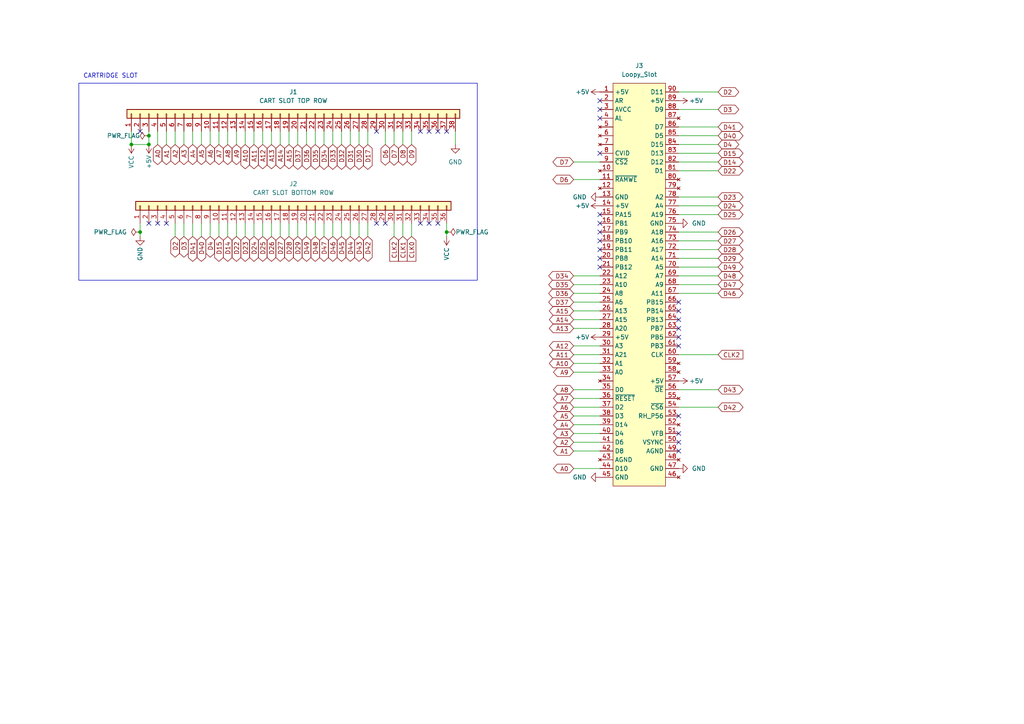
<source format=kicad_sch>
(kicad_sch (version 20230121) (generator eeschema)
  (paper "A4")
  (title_block (title "OSCR CASIO LOOPY ADAPTER") (date "2023-06-14") (rev "V1"))
  (lib_symbols
    (symbol "Connector_Generic:Conn_01x36" (pin_names (offset 1.016) hide)
      (property "Reference" "J" (at 0 45.72 0))
      (property "Value" "Conn_01x36" (at 0 -48.26 0))
      (symbol "Conn_01x36_1_1"
        (rectangle (start -1.27 -45.593) (end 0 -45.847) (stroke (width 0.1524)))
        (rectangle (start -1.27 -43.053) (end 0 -43.307) (stroke (width 0.1524)))
        (rectangle (start -1.27 -40.513) (end 0 -40.767) (stroke (width 0.1524)))
        (rectangle (start -1.27 -37.973) (end 0 -38.227) (stroke (width 0.1524)))
        (rectangle (start -1.27 -35.433) (end 0 -35.687) (stroke (width 0.1524)))
        (rectangle (start -1.27 -32.893) (end 0 -33.147) (stroke (width 0.1524)))
        (rectangle (start -1.27 -30.353) (end 0 -30.607) (stroke (width 0.1524)))
        (rectangle (start -1.27 -27.813) (end 0 -28.067) (stroke (width 0.1524)))
        (rectangle (start -1.27 -25.273) (end 0 -25.527) (stroke (width 0.1524)))
        (rectangle (start -1.27 -22.733) (end 0 -22.987) (stroke (width 0.1524)))
        (rectangle (start -1.27 -20.193) (end 0 -20.447) (stroke (width 0.1524)))
        (rectangle (start -1.27 -17.653) (end 0 -17.907) (stroke (width 0.1524)))
        (rectangle (start -1.27 -15.113) (end 0 -15.367) (stroke (width 0.1524)))
        (rectangle (start -1.27 -12.573) (end 0 -12.827) (stroke (width 0.1524)))
        (rectangle (start -1.27 -10.033) (end 0 -10.287) (stroke (width 0.1524)))
        (rectangle (start -1.27 -7.493) (end 0 -7.747) (stroke (width 0.1524)))
        (rectangle (start -1.27 -4.953) (end 0 -5.207) (stroke (width 0.1524)))
        (rectangle (start -1.27 -2.413) (end 0 -2.667) (stroke (width 0.1524)))
        (rectangle (start -1.27 0.127) (end 0 -0.127) (stroke (width 0.1524)))
        (rectangle (start -1.27 2.667) (end 0 2.413) (stroke (width 0.1524)))
        (rectangle (start -1.27 5.207) (end 0 4.953) (stroke (width 0.1524)))
        (rectangle (start -1.27 7.747) (end 0 7.493) (stroke (width 0.1524)))
        (rectangle (start -1.27 10.287) (end 0 10.033) (stroke (width 0.1524)))
        (rectangle (start -1.27 12.827) (end 0 12.573) (stroke (width 0.1524)))
        (rectangle (start -1.27 15.367) (end 0 15.113) (stroke (width 0.1524)))
        (rectangle (start -1.27 17.907) (end 0 17.653) (stroke (width 0.1524)))
        (rectangle (start -1.27 20.447) (end 0 20.193) (stroke (width 0.1524)))
        (rectangle (start -1.27 22.987) (end 0 22.733) (stroke (width 0.1524)))
        (rectangle (start -1.27 25.527) (end 0 25.273) (stroke (width 0.1524)))
        (rectangle (start -1.27 28.067) (end 0 27.813) (stroke (width 0.1524)))
        (rectangle (start -1.27 30.607) (end 0 30.353) (stroke (width 0.1524)))
        (rectangle (start -1.27 33.147) (end 0 32.893) (stroke (width 0.1524)))
        (rectangle (start -1.27 35.687) (end 0 35.433) (stroke (width 0.1524)))
        (rectangle (start -1.27 38.227) (end 0 37.973) (stroke (width 0.1524)))
        (rectangle (start -1.27 40.767) (end 0 40.513) (stroke (width 0.1524)))
        (rectangle (start -1.27 43.307) (end 0 43.053) (stroke (width 0.1524)))
        (rectangle (start -1.27 44.45) (end 1.27 -46.99) (stroke (width 0.254)) (fill (type background)))
        (pin passive line (at -5.08 43.18 0) (length 3.81) (name "Pin_1") (number "1"))
        (pin passive line (at -5.08 20.32 0) (length 3.81) (name "Pin_10") (number "10"))
        (pin passive line (at -5.08 17.78 0) (length 3.81) (name "Pin_11") (number "11"))
        (pin passive line (at -5.08 15.24 0) (length 3.81) (name "Pin_12") (number "12"))
        (pin passive line (at -5.08 12.7 0) (length 3.81) (name "Pin_13") (number "13"))
        (pin passive line (at -5.08 10.16 0) (length 3.81) (name "Pin_14") (number "14"))
        (pin passive line (at -5.08 7.62 0) (length 3.81) (name "Pin_15") (number "15"))
        (pin passive line (at -5.08 5.08 0) (length 3.81) (name "Pin_16") (number "16"))
        (pin passive line (at -5.08 2.54 0) (length 3.81) (name "Pin_17") (number "17"))
        (pin passive line (at -5.08 0 0) (length 3.81) (name "Pin_18") (number "18"))
        (pin passive line (at -5.08 -2.54 0) (length 3.81) (name "Pin_19") (number "19"))
        (pin passive line (at -5.08 40.64 0) (length 3.81) (name "Pin_2") (number "2"))
        (pin passive line (at -5.08 -5.08 0) (length 3.81) (name "Pin_20") (number "20"))
        (pin passive line (at -5.08 -7.62 0) (length 3.81) (name "Pin_21") (number "21"))
        (pin passive line (at -5.08 -10.16 0) (length 3.81) (name "Pin_22") (number "22"))
        (pin passive line (at -5.08 -12.7 0) (length 3.81) (name "Pin_23") (number "23"))
        (pin passive line (at -5.08 -15.24 0) (length 3.81) (name "Pin_24") (number "24"))
        (pin passive line (at -5.08 -17.78 0) (length 3.81) (name "Pin_25") (number "25"))
        (pin passive line (at -5.08 -20.32 0) (length 3.81) (name "Pin_26") (number "26"))
        (pin passive line (at -5.08 -22.86 0) (length 3.81) (name "Pin_27") (number "27"))
        (pin passive line (at -5.08 -25.4 0) (length 3.81) (name "Pin_28") (number "28"))
        (pin passive line (at -5.08 -27.94 0) (length 3.81) (name "Pin_29") (number "29"))
        (pin passive line (at -5.08 38.1 0) (length 3.81) (name "Pin_3") (number "3"))
        (pin passive line (at -5.08 -30.48 0) (length 3.81) (name "Pin_30") (number "30"))
        (pin passive line (at -5.08 -33.02 0) (length 3.81) (name "Pin_31") (number "31"))
        (pin passive line (at -5.08 -35.56 0) (length 3.81) (name "Pin_32") (number "32"))
        (pin passive line (at -5.08 -38.1 0) (length 3.81) (name "Pin_33") (number "33"))
        (pin passive line (at -5.08 -40.64 0) (length 3.81) (name "Pin_34") (number "34"))
        (pin passive line (at -5.08 -43.18 0) (length 3.81) (name "Pin_35") (number "35"))
        (pin passive line (at -5.08 -45.72 0) (length 3.81) (name "Pin_36") (number "36"))
        (pin passive line (at -5.08 35.56 0) (length 3.81) (name "Pin_4") (number "4"))
        (pin passive line (at -5.08 33.02 0) (length 3.81) (name "Pin_5") (number "5"))
        (pin passive line (at -5.08 30.48 0) (length 3.81) (name "Pin_6") (number "6"))
        (pin passive line (at -5.08 27.94 0) (length 3.81) (name "Pin_7") (number "7"))
        (pin passive line (at -5.08 25.4 0) (length 3.81) (name "Pin_8") (number "8"))
        (pin passive line (at -5.08 22.86 0) (length 3.81) (name "Pin_9") (number "9"))
      )
    )
    (symbol "Connector_Generic:Conn_01x38" (pin_names (offset 1.016) hide)
      (property "Reference" "J" (at 0 48.26 0))
      (property "Value" "Conn_01x38" (at 0 -50.8 0))
      (symbol "Conn_01x38_1_1"
        (rectangle (start -1.27 -48.133) (end 0 -48.387) (stroke (width 0.1524)))
        (rectangle (start -1.27 -45.593) (end 0 -45.847) (stroke (width 0.1524)))
        (rectangle (start -1.27 -43.053) (end 0 -43.307) (stroke (width 0.1524)))
        (rectangle (start -1.27 -40.513) (end 0 -40.767) (stroke (width 0.1524)))
        (rectangle (start -1.27 -37.973) (end 0 -38.227) (stroke (width 0.1524)))
        (rectangle (start -1.27 -35.433) (end 0 -35.687) (stroke (width 0.1524)))
        (rectangle (start -1.27 -32.893) (end 0 -33.147) (stroke (width 0.1524)))
        (rectangle (start -1.27 -30.353) (end 0 -30.607) (stroke (width 0.1524)))
        (rectangle (start -1.27 -27.813) (end 0 -28.067) (stroke (width 0.1524)))
        (rectangle (start -1.27 -25.273) (end 0 -25.527) (stroke (width 0.1524)))
        (rectangle (start -1.27 -22.733) (end 0 -22.987) (stroke (width 0.1524)))
        (rectangle (start -1.27 -20.193) (end 0 -20.447) (stroke (width 0.1524)))
        (rectangle (start -1.27 -17.653) (end 0 -17.907) (stroke (width 0.1524)))
        (rectangle (start -1.27 -15.113) (end 0 -15.367) (stroke (width 0.1524)))
        (rectangle (start -1.27 -12.573) (end 0 -12.827) (stroke (width 0.1524)))
        (rectangle (start -1.27 -10.033) (end 0 -10.287) (stroke (width 0.1524)))
        (rectangle (start -1.27 -7.493) (end 0 -7.747) (stroke (width 0.1524)))
        (rectangle (start -1.27 -4.953) (end 0 -5.207) (stroke (width 0.1524)))
        (rectangle (start -1.27 -2.413) (end 0 -2.667) (stroke (width 0.1524)))
        (rectangle (start -1.27 0.127) (end 0 -0.127) (stroke (width 0.1524)))
        (rectangle (start -1.27 2.667) (end 0 2.413) (stroke (width 0.1524)))
        (rectangle (start -1.27 5.207) (end 0 4.953) (stroke (width 0.1524)))
        (rectangle (start -1.27 7.747) (end 0 7.493) (stroke (width 0.1524)))
        (rectangle (start -1.27 10.287) (end 0 10.033) (stroke (width 0.1524)))
        (rectangle (start -1.27 12.827) (end 0 12.573) (stroke (width 0.1524)))
        (rectangle (start -1.27 15.367) (end 0 15.113) (stroke (width 0.1524)))
        (rectangle (start -1.27 17.907) (end 0 17.653) (stroke (width 0.1524)))
        (rectangle (start -1.27 20.447) (end 0 20.193) (stroke (width 0.1524)))
        (rectangle (start -1.27 22.987) (end 0 22.733) (stroke (width 0.1524)))
        (rectangle (start -1.27 25.527) (end 0 25.273) (stroke (width 0.1524)))
        (rectangle (start -1.27 28.067) (end 0 27.813) (stroke (width 0.1524)))
        (rectangle (start -1.27 30.607) (end 0 30.353) (stroke (width 0.1524)))
        (rectangle (start -1.27 33.147) (end 0 32.893) (stroke (width 0.1524)))
        (rectangle (start -1.27 35.687) (end 0 35.433) (stroke (width 0.1524)))
        (rectangle (start -1.27 38.227) (end 0 37.973) (stroke (width 0.1524)))
        (rectangle (start -1.27 40.767) (end 0 40.513) (stroke (width 0.1524)))
        (rectangle (start -1.27 43.307) (end 0 43.053) (stroke (width 0.1524)))
        (rectangle (start -1.27 45.847) (end 0 45.593) (stroke (width 0.1524)))
        (rectangle (start -1.27 46.99) (end 1.27 -49.53) (stroke (width 0.254)) (fill (type background)))
        (pin passive line (at -5.08 45.72 0) (length 3.81) (name "Pin_1") (number "1"))
        (pin passive line (at -5.08 22.86 0) (length 3.81) (name "Pin_10") (number "10"))
        (pin passive line (at -5.08 20.32 0) (length 3.81) (name "Pin_11") (number "11"))
        (pin passive line (at -5.08 17.78 0) (length 3.81) (name "Pin_12") (number "12"))
        (pin passive line (at -5.08 15.24 0) (length 3.81) (name "Pin_13") (number "13"))
        (pin passive line (at -5.08 12.7 0) (length 3.81) (name "Pin_14") (number "14"))
        (pin passive line (at -5.08 10.16 0) (length 3.81) (name "Pin_15") (number "15"))
        (pin passive line (at -5.08 7.62 0) (length 3.81) (name "Pin_16") (number "16"))
        (pin passive line (at -5.08 5.08 0) (length 3.81) (name "Pin_17") (number "17"))
        (pin passive line (at -5.08 2.54 0) (length 3.81) (name "Pin_18") (number "18"))
        (pin passive line (at -5.08 0 0) (length 3.81) (name "Pin_19") (number "19"))
        (pin passive line (at -5.08 43.18 0) (length 3.81) (name "Pin_2") (number "2"))
        (pin passive line (at -5.08 -2.54 0) (length 3.81) (name "Pin_20") (number "20"))
        (pin passive line (at -5.08 -5.08 0) (length 3.81) (name "Pin_21") (number "21"))
        (pin passive line (at -5.08 -7.62 0) (length 3.81) (name "Pin_22") (number "22"))
        (pin passive line (at -5.08 -10.16 0) (length 3.81) (name "Pin_23") (number "23"))
        (pin passive line (at -5.08 -12.7 0) (length 3.81) (name "Pin_24") (number "24"))
        (pin passive line (at -5.08 -15.24 0) (length 3.81) (name "Pin_25") (number "25"))
        (pin passive line (at -5.08 -17.78 0) (length 3.81) (name "Pin_26") (number "26"))
        (pin passive line (at -5.08 -20.32 0) (length 3.81) (name "Pin_27") (number "27"))
        (pin passive line (at -5.08 -22.86 0) (length 3.81) (name "Pin_28") (number "28"))
        (pin passive line (at -5.08 -25.4 0) (length 3.81) (name "Pin_29") (number "29"))
        (pin passive line (at -5.08 40.64 0) (length 3.81) (name "Pin_3") (number "3"))
        (pin passive line (at -5.08 -27.94 0) (length 3.81) (name "Pin_30") (number "30"))
        (pin passive line (at -5.08 -30.48 0) (length 3.81) (name "Pin_31") (number "31"))
        (pin passive line (at -5.08 -33.02 0) (length 3.81) (name "Pin_32") (number "32"))
        (pin passive line (at -5.08 -35.56 0) (length 3.81) (name "Pin_33") (number "33"))
        (pin passive line (at -5.08 -38.1 0) (length 3.81) (name "Pin_34") (number "34"))
        (pin passive line (at -5.08 -40.64 0) (length 3.81) (name "Pin_35") (number "35"))
        (pin passive line (at -5.08 -43.18 0) (length 3.81) (name "Pin_36") (number "36"))
        (pin passive line (at -5.08 -45.72 0) (length 3.81) (name "Pin_37") (number "37"))
        (pin passive line (at -5.08 -48.26 0) (length 3.81) (name "Pin_38") (number "38"))
        (pin passive line (at -5.08 38.1 0) (length 3.81) (name "Pin_4") (number "4"))
        (pin passive line (at -5.08 35.56 0) (length 3.81) (name "Pin_5") (number "5"))
        (pin passive line (at -5.08 33.02 0) (length 3.81) (name "Pin_6") (number "6"))
        (pin passive line (at -5.08 30.48 0) (length 3.81) (name "Pin_7") (number "7"))
        (pin passive line (at -5.08 27.94 0) (length 3.81) (name "Pin_8") (number "8"))
        (pin passive line (at -5.08 25.4 0) (length 3.81) (name "Pin_9") (number "9"))
      )
    )
    (symbol "OSCR:Loopy_Slot"
      (property "Reference" "J" (at 0 1.27 0))
      (property "Value" "Loopy_Slot" (at 0 0 0))
      (symbol "Loopy_Slot_1_1"
        (rectangle (start -7.62 0) (end 7.62 -116.84) (fill (type background)))
        (pin power_in line (at -11.43 -2.54 0) (length 3.81) (name "+5V") (number "1"))
        (pin no_connect line (at -11.43 -25.4 0) (length 3.81) (name "") (number "10"))
        (pin output line (at -11.43 -27.94 0) (length 3.81) (name "~{RAMWE}") (number "11"))
        (pin no_connect line (at -11.43 -30.48 0) (length 3.81) (name "") (number "12"))
        (pin power_in line (at -11.43 -33.02 0) (length 3.81) (name "GND") (number "13"))
        (pin power_in line (at -11.43 -35.56 0) (length 3.81) (name "+5V") (number "14"))
        (pin passive line (at -11.43 -38.1 0) (length 3.81) (name "PA15") (number "15"))
        (pin passive line (at -11.43 -40.64 0) (length 3.81) (name "PB1") (number "16"))
        (pin passive line (at -11.43 -43.18 0) (length 3.81) (name "PB9") (number "17"))
        (pin passive line (at -11.43 -45.72 0) (length 3.81) (name "PB10") (number "18"))
        (pin passive line (at -11.43 -48.26 0) (length 3.81) (name "PB11") (number "19"))
        (pin passive line (at -11.43 -5.08 0) (length 3.81) (name "AR") (number "2"))
        (pin passive line (at -11.43 -50.8 0) (length 3.81) (name "PB8") (number "20"))
        (pin passive line (at -11.43 -53.34 0) (length 3.81) (name "PB12") (number "21"))
        (pin bidirectional line (at -11.43 -55.88 0) (length 3.81) (name "A12") (number "22"))
        (pin bidirectional line (at -11.43 -58.42 0) (length 3.81) (name "A10") (number "23"))
        (pin bidirectional line (at -11.43 -60.96 0) (length 3.81) (name "A8") (number "24"))
        (pin bidirectional line (at -11.43 -63.5 0) (length 3.81) (name "A6") (number "25"))
        (pin bidirectional line (at -11.43 -66.04 0) (length 3.81) (name "A13") (number "26"))
        (pin bidirectional line (at -11.43 -68.58 0) (length 3.81) (name "A15") (number "27"))
        (pin bidirectional line (at -11.43 -71.12 0) (length 3.81) (name "A20") (number "28"))
        (pin power_out line (at -11.43 -73.66 0) (length 3.81) (name "+5V") (number "29"))
        (pin passive line (at -11.43 -7.62 0) (length 3.81) (name "AVCC") (number "3"))
        (pin bidirectional line (at -11.43 -76.2 0) (length 3.81) (name "A3") (number "30"))
        (pin bidirectional line (at -11.43 -78.74 0) (length 3.81) (name "A21") (number "31"))
        (pin bidirectional line (at -11.43 -81.28 0) (length 3.81) (name "A1") (number "32"))
        (pin bidirectional line (at -11.43 -83.82 0) (length 3.81) (name "A0") (number "33"))
        (pin no_connect line (at -11.43 -86.36 0) (length 3.81) (name "") (number "34"))
        (pin bidirectional line (at -11.43 -88.9 0) (length 3.81) (name "D0") (number "35"))
        (pin output line (at -11.43 -91.44 0) (length 3.81) (name "~{RESET}") (number "36"))
        (pin bidirectional line (at -11.43 -93.98 0) (length 3.81) (name "D2") (number "37"))
        (pin bidirectional line (at -11.43 -96.52 0) (length 3.81) (name "D3") (number "38"))
        (pin bidirectional line (at -11.43 -99.06 0) (length 3.81) (name "D14") (number "39"))
        (pin passive line (at -11.43 -10.16 0) (length 3.81) (name "AL") (number "4"))
        (pin bidirectional line (at -11.43 -101.6 0) (length 3.81) (name "D4") (number "40"))
        (pin bidirectional line (at -11.43 -104.14 0) (length 3.81) (name "D6") (number "41"))
        (pin bidirectional line (at -11.43 -106.68 0) (length 3.81) (name "D8") (number "42"))
        (pin no_connect line (at -11.43 -109.22 0) (length 3.81) (name "AGND") (number "43"))
        (pin bidirectional line (at -11.43 -111.76 0) (length 3.81) (name "D10") (number "44"))
        (pin power_in line (at -11.43 -114.3 0) (length 3.81) (name "GND") (number "45"))
        (pin no_connect line (at 11.43 -114.3 180) (length 3.81) (name "") (number "46"))
        (pin power_in line (at 11.43 -111.76 180) (length 3.81) (name "GND") (number "47"))
        (pin no_connect line (at 11.43 -109.22 180) (length 3.81) (name "") (number "48"))
        (pin passive line (at 11.43 -106.68 180) (length 3.81) (name "AGND") (number "49"))
        (pin no_connect line (at -11.43 -12.7 0) (length 3.81) (name "") (number "5"))
        (pin passive line (at 11.43 -104.14 180) (length 3.81) (name "VSYNC") (number "50"))
        (pin passive line (at 11.43 -101.6 180) (length 3.81) (name "VFB") (number "51"))
        (pin no_connect line (at 11.43 -99.06 180) (length 3.81) (name "") (number "52"))
        (pin passive line (at 11.43 -96.52 180) (length 3.81) (name "RH_P56") (number "53"))
        (pin output line (at 11.43 -93.98 180) (length 3.81) (name "~{CS6}") (number "54"))
        (pin no_connect line (at 11.43 -91.44 180) (length 3.81) (name "") (number "55"))
        (pin passive line (at 11.43 -88.9 180) (length 3.81) (name "~{OE}") (number "56"))
        (pin power_in line (at 11.43 -86.36 180) (length 3.81) (name "+5V") (number "57"))
        (pin no_connect line (at 11.43 -83.82 180) (length 3.81) (name "") (number "58"))
        (pin no_connect line (at 11.43 -81.28 180) (length 3.81) (name "") (number "59"))
        (pin no_connect line (at -11.43 -15.24 0) (length 3.81) (name "") (number "6"))
        (pin passive line (at 11.43 -78.74 180) (length 3.81) (name "CLK") (number "60"))
        (pin passive line (at 11.43 -76.2 180) (length 3.81) (name "PB3") (number "61"))
        (pin passive line (at 11.43 -73.66 180) (length 3.81) (name "PB5") (number "62"))
        (pin passive line (at 11.43 -71.12 180) (length 3.81) (name "PB7") (number "63"))
        (pin passive line (at 11.43 -68.58 180) (length 3.81) (name "PB13") (number "64"))
        (pin passive line (at 11.43 -66.04 180) (length 3.81) (name "PB14") (number "65"))
        (pin passive line (at 11.43 -63.5 180) (length 3.81) (name "PB15") (number "66"))
        (pin bidirectional line (at 11.43 -60.96 180) (length 3.81) (name "A11") (number "67"))
        (pin bidirectional line (at 11.43 -58.42 180) (length 3.81) (name "A9") (number "68"))
        (pin bidirectional line (at 11.43 -55.88 180) (length 3.81) (name "A7") (number "69"))
        (pin no_connect line (at -11.43 -17.78 0) (length 3.81) (name "") (number "7"))
        (pin bidirectional line (at 11.43 -53.34 180) (length 3.81) (name "A5") (number "70"))
        (pin bidirectional line (at 11.43 -50.8 180) (length 3.81) (name "A14") (number "71"))
        (pin bidirectional line (at 11.43 -48.26 180) (length 3.81) (name "A17") (number "72"))
        (pin bidirectional line (at 11.43 -45.72 180) (length 3.81) (name "A16") (number "73"))
        (pin bidirectional line (at 11.43 -43.18 180) (length 3.81) (name "A18") (number "74"))
        (pin power_in line (at 11.43 -40.64 180) (length 3.81) (name "GND") (number "75"))
        (pin bidirectional line (at 11.43 -38.1 180) (length 3.81) (name "A19") (number "76"))
        (pin bidirectional line (at 11.43 -35.56 180) (length 3.81) (name "A4") (number "77"))
        (pin bidirectional line (at 11.43 -33.02 180) (length 3.81) (name "A2") (number "78"))
        (pin no_connect line (at 11.43 -30.48 180) (length 3.81) (name "") (number "79"))
        (pin passive line (at -11.43 -20.32 0) (length 3.81) (name "CVID") (number "8"))
        (pin no_connect line (at 11.43 -27.94 180) (length 3.81) (name "") (number "80"))
        (pin bidirectional line (at 11.43 -25.4 180) (length 3.81) (name "D1") (number "81"))
        (pin bidirectional line (at 11.43 -22.86 180) (length 3.81) (name "D12") (number "82"))
        (pin bidirectional line (at 11.43 -20.32 180) (length 3.81) (name "D13") (number "83"))
        (pin bidirectional line (at 11.43 -17.78 180) (length 3.81) (name "D15") (number "84"))
        (pin bidirectional line (at 11.43 -15.24 180) (length 3.81) (name "D5") (number "85"))
        (pin bidirectional line (at 11.43 -12.7 180) (length 3.81) (name "D7") (number "86"))
        (pin no_connect line (at 11.43 -10.16 180) (length 3.81) (name "") (number "87"))
        (pin bidirectional line (at 11.43 -7.62 180) (length 3.81) (name "D9") (number "88"))
        (pin power_in line (at 11.43 -5.08 180) (length 3.81) (name "+5V") (number "89"))
        (pin output line (at -11.43 -22.86 0) (length 3.81) (name "~{CS2}") (number "9"))
        (pin bidirectional line (at 11.43 -2.54 180) (length 3.81) (name "D11") (number "90"))
      )
    )
    (symbol "power:+5V" (power) (pin_names (offset 0))
      (property "Value" "+5V" (at 0 3.556 0))
      (symbol "+5V_0_1"
        (polyline (pts (xy -0.762 1.27) (xy 0 2.54)))
        (polyline (pts (xy 0 0) (xy 0 2.54)))
        (polyline (pts (xy 0 2.54) (xy 0.762 1.27)))
      )
      (symbol "+5V_1_1"
        (pin power_in line (at 0 0 90) (length 0) hide (name "+5V") (number "1"))
      )
    )
    (symbol "power:GND" (power) (pin_names (offset 0))
      (property "Value" "GND" (at 0 -3.81 0))
      (symbol "GND_0_1"
        (polyline (pts (xy 0 0) (xy 0 -1.27) (xy 1.27 -1.27) (xy 0 -2.54) (xy -1.27 -1.27) (xy 0 -1.27)))
      )
      (symbol "GND_1_1"
        (pin power_in line (at 0 0 270) (length 0) hide (name "GND") (number "1"))
      )
    )
    (symbol "power:PWR_FLAG" (power) (pin_numbers hide) (pin_names (offset 0) hide)
      (property "Value" "PWR_FLAG" (at 0 3.81 0))
      (symbol "PWR_FLAG_0_0"
        (pin power_out line (at 0 0 90) (length 0) (name "pwr") (number "1"))
      )
      (symbol "PWR_FLAG_0_1"
        (polyline (pts (xy 0 0) (xy 0 1.27) (xy -1.016 1.905) (xy 0 2.54) (xy 1.016 1.905) (xy 0 1.27)))
      )
    )
    (symbol "power:VCC" (power) (pin_names (offset 0))
      (property "Value" "VCC" (at 0 3.81 0))
      (symbol "VCC_0_1"
        (polyline (pts (xy -0.762 1.27) (xy 0 2.54)))
        (polyline (pts (xy 0 0) (xy 0 2.54)))
        (polyline (pts (xy 0 2.54) (xy 0.762 1.27)))
      )
      (symbol "VCC_1_1"
        (pin power_in line (at 0 0 90) (length 0) hide (name "VCC") (number "1"))
      )
    )
  )
  (junction (at 43.18 41.91))
  (junction (at 38.1 41.91))
  (junction (at 40.64 67.31))
  (junction (at 129.54 67.31))
  (junction (at 43.18 39.37))
  (no_connect (at 196.85 87.63))
  (no_connect (at 173.99 69.85))
  (no_connect (at 196.85 100.33))
  (no_connect (at 109.22 38.1))
  (no_connect (at 173.99 74.93))
  (no_connect (at 196.85 90.17))
  (no_connect (at 173.99 77.47))
  (no_connect (at 196.85 125.73))
  (no_connect (at 173.99 67.31))
  (no_connect (at 196.85 120.65))
  (no_connect (at 173.99 64.77))
  (no_connect (at 196.85 128.27))
  (no_connect (at 196.85 92.71))
  (no_connect (at 173.99 44.45))
  (no_connect (at 173.99 72.39))
  (no_connect (at 40.64 38.1))
  (no_connect (at 121.92 64.77))
  (no_connect (at 124.46 64.77))
  (no_connect (at 127 64.77))
  (no_connect (at 121.92 38.1))
  (no_connect (at 124.46 38.1))
  (no_connect (at 127 38.1))
  (no_connect (at 129.54 38.1))
  (no_connect (at 196.85 130.81))
  (no_connect (at 173.99 29.21))
  (no_connect (at 196.85 97.79))
  (no_connect (at 173.99 34.29))
  (no_connect (at 196.85 95.25))
  (no_connect (at 173.99 31.75))
  (no_connect (at 173.99 62.23))
  (no_connect (at 43.18 64.77))
  (no_connect (at 45.72 64.77))
  (no_connect (at 48.26 64.77))
  (no_connect (at 109.22 64.77))
  (no_connect (at 111.76 64.77))
  (wire (pts (xy 53.34 64.77) (xy 53.34 68.58)))
  (wire (pts (xy 166.37 135.89) (xy 173.99 135.89)))
  (wire (pts (xy 60.96 64.77) (xy 60.96 68.58)))
  (wire (pts (xy 166.37 46.99) (xy 173.99 46.99)))
  (wire (pts (xy 114.3 38.1) (xy 114.3 41.91)))
  (wire (pts (xy 96.52 38.1) (xy 96.52 41.91)))
  (wire (pts (xy 81.28 38.1) (xy 81.28 41.91)))
  (wire (pts (xy 196.85 118.11) (xy 208.28 118.11)))
  (wire (pts (xy 166.37 107.95) (xy 173.99 107.95)))
  (wire (pts (xy 166.37 130.81) (xy 173.99 130.81)))
  (wire (pts (xy 166.37 113.03) (xy 173.99 113.03)))
  (wire (pts (xy 86.36 64.77) (xy 86.36 68.58)))
  (wire (pts (xy 166.37 100.33) (xy 173.99 100.33)))
  (wire (pts (xy 196.85 85.09) (xy 208.28 85.09)))
  (wire (pts (xy 196.85 72.39) (xy 208.28 72.39)))
  (wire (pts (xy 166.37 123.19) (xy 173.99 123.19)))
  (wire (pts (xy 196.85 69.85) (xy 208.28 69.85)))
  (wire (pts (xy 111.76 38.1) (xy 111.76 41.91)))
  (wire (pts (xy 45.72 38.1) (xy 45.72 41.91)))
  (wire (pts (xy 78.74 38.1) (xy 78.74 41.91)))
  (wire (pts (xy 38.1 38.1) (xy 38.1 41.91)))
  (wire (pts (xy 76.2 38.1) (xy 76.2 41.91)))
  (wire (pts (xy 83.82 64.77) (xy 83.82 68.58)))
  (wire (pts (xy 119.38 64.77) (xy 119.38 68.58)))
  (wire (pts (xy 114.3 64.77) (xy 114.3 68.58)))
  (wire (pts (xy 76.2 64.77) (xy 76.2 68.58)))
  (wire (pts (xy 68.58 38.1) (xy 68.58 41.91)))
  (wire (pts (xy 196.85 77.47) (xy 208.28 77.47)))
  (wire (pts (xy 43.18 38.1) (xy 43.18 39.37)))
  (wire (pts (xy 43.18 39.37) (xy 43.18 41.91)))
  (wire (pts (xy 50.8 38.1) (xy 50.8 41.91)))
  (wire (pts (xy 166.37 105.41) (xy 173.99 105.41)))
  (wire (pts (xy 196.85 31.75) (xy 208.28 31.75)))
  (wire (pts (xy 196.85 49.53) (xy 208.28 49.53)))
  (wire (pts (xy 48.26 38.1) (xy 48.26 41.91)))
  (wire (pts (xy 196.85 46.99) (xy 208.28 46.99)))
  (wire (pts (xy 166.37 95.25) (xy 173.99 95.25)))
  (wire (pts (xy 196.85 57.15) (xy 208.28 57.15)))
  (wire (pts (xy 196.85 26.67) (xy 208.28 26.67)))
  (wire (pts (xy 86.36 38.1) (xy 86.36 41.91)))
  (wire (pts (xy 101.6 64.77) (xy 101.6 68.58)))
  (wire (pts (xy 73.66 38.1) (xy 73.66 41.91)))
  (wire (pts (xy 166.37 120.65) (xy 173.99 120.65)))
  (wire (pts (xy 83.82 38.1) (xy 83.82 41.91)))
  (wire (pts (xy 93.98 64.77) (xy 93.98 68.58)))
  (polyline (pts (xy 22.86 24.13) (xy 22.86 81.28)))
  (polyline (pts (xy 22.86 24.13) (xy 138.43 24.13)))
  (polyline (pts (xy 138.43 24.13) (xy 138.43 81.28)))
  (polyline (pts (xy 138.43 81.28) (xy 22.86 81.28)))
  (wire (pts (xy 58.42 64.77) (xy 58.42 68.58)))
  (wire (pts (xy 55.88 38.1) (xy 55.88 41.91)))
  (wire (pts (xy 104.14 38.1) (xy 104.14 41.91)))
  (wire (pts (xy 196.85 39.37) (xy 208.28 39.37)))
  (wire (pts (xy 99.06 38.1) (xy 99.06 41.91)))
  (wire (pts (xy 166.37 90.17) (xy 173.99 90.17)))
  (wire (pts (xy 99.06 64.77) (xy 99.06 68.58)))
  (wire (pts (xy 81.28 64.77) (xy 81.28 68.58)))
  (wire (pts (xy 68.58 64.77) (xy 68.58 68.58)))
  (wire (pts (xy 196.85 67.31) (xy 208.28 67.31)))
  (wire (pts (xy 71.12 38.1) (xy 71.12 41.91)))
  (wire (pts (xy 91.44 38.1) (xy 91.44 41.91)))
  (wire (pts (xy 116.84 38.1) (xy 116.84 41.91)))
  (wire (pts (xy 166.37 115.57) (xy 173.99 115.57)))
  (wire (pts (xy 196.85 62.23) (xy 208.28 62.23)))
  (wire (pts (xy 50.8 64.77) (xy 50.8 68.58)))
  (wire (pts (xy 38.1 41.91) (xy 43.18 41.91)))
  (wire (pts (xy 71.12 64.77) (xy 71.12 68.58)))
  (wire (pts (xy 196.85 80.01) (xy 208.28 80.01)))
  (wire (pts (xy 58.42 38.1) (xy 58.42 41.91)))
  (wire (pts (xy 166.37 102.87) (xy 173.99 102.87)))
  (wire (pts (xy 166.37 128.27) (xy 173.99 128.27)))
  (wire (pts (xy 53.34 38.1) (xy 53.34 41.91)))
  (wire (pts (xy 196.85 74.93) (xy 208.28 74.93)))
  (wire (pts (xy 116.84 64.77) (xy 116.84 68.58)))
  (wire (pts (xy 106.68 38.1) (xy 106.68 41.91)))
  (wire (pts (xy 63.5 38.1) (xy 63.5 41.91)))
  (wire (pts (xy 166.37 52.07) (xy 173.99 52.07)))
  (wire (pts (xy 96.52 64.77) (xy 96.52 68.58)))
  (wire (pts (xy 166.37 92.71) (xy 173.99 92.71)))
  (wire (pts (xy 66.04 64.77) (xy 66.04 68.58)))
  (wire (pts (xy 166.37 82.55) (xy 173.99 82.55)))
  (wire (pts (xy 132.08 38.1) (xy 132.08 41.91)))
  (wire (pts (xy 196.85 113.03) (xy 208.28 113.03)))
  (wire (pts (xy 78.74 64.77) (xy 78.74 68.58)))
  (wire (pts (xy 119.38 38.1) (xy 119.38 41.91)))
  (wire (pts (xy 66.04 38.1) (xy 66.04 41.91)))
  (wire (pts (xy 60.96 38.1) (xy 60.96 41.91)))
  (wire (pts (xy 88.9 64.77) (xy 88.9 68.58)))
  (wire (pts (xy 88.9 38.1) (xy 88.9 41.91)))
  (wire (pts (xy 166.37 80.01) (xy 173.99 80.01)))
  (wire (pts (xy 196.85 44.45) (xy 208.28 44.45)))
  (wire (pts (xy 196.85 82.55) (xy 208.28 82.55)))
  (wire (pts (xy 166.37 118.11) (xy 173.99 118.11)))
  (wire (pts (xy 91.44 64.77) (xy 91.44 68.58)))
  (wire (pts (xy 166.37 87.63) (xy 173.99 87.63)))
  (wire (pts (xy 73.66 64.77) (xy 73.66 68.58)))
  (wire (pts (xy 129.54 64.77) (xy 129.54 67.31)))
  (wire (pts (xy 129.54 67.31) (xy 129.54 68.58)))
  (wire (pts (xy 166.37 85.09) (xy 173.99 85.09)))
  (wire (pts (xy 93.98 38.1) (xy 93.98 41.91)))
  (wire (pts (xy 55.88 64.77) (xy 55.88 68.58)))
  (wire (pts (xy 101.6 38.1) (xy 101.6 41.91)))
  (wire (pts (xy 40.64 64.77) (xy 40.64 67.31)))
  (wire (pts (xy 40.64 67.31) (xy 40.64 68.58)))
  (wire (pts (xy 196.85 41.91) (xy 208.28 41.91)))
  (wire (pts (xy 104.14 64.77) (xy 104.14 68.58)))
  (wire (pts (xy 166.37 125.73) (xy 173.99 125.73)))
  (wire (pts (xy 196.85 102.87) (xy 208.28 102.87)))
  (wire (pts (xy 196.85 59.69) (xy 208.28 59.69)))
  (wire (pts (xy 106.68 64.77) (xy 106.68 68.58)))
  (wire (pts (xy 63.5 64.77) (xy 63.5 68.58)))
  (wire (pts (xy 196.85 36.83) (xy 208.28 36.83)))
  (text "CARTRIDGE SLOT" (at 24.13 22.86 0) (effects (font (size 1.27 1.27)) (justify left bottom)))
  (global_label "A6" (shape bidirectional) (at 60.96 41.91 270) (property "Intersheetrefs" "${INTERSHEET_REFS}" (effects hide)))
  (global_label "D29" (shape bidirectional) (at 86.36 68.58 270) (property "Intersheetrefs" "${INTERSHEET_REFS}" (effects hide)))
  (global_label "D25" (shape bidirectional) (at 208.28 62.23 0) (property "Intersheetrefs" "${INTERSHEET_REFS}" (effects hide)))
  (global_label "A9" (shape bidirectional) (at 68.58 41.91 270) (property "Intersheetrefs" "${INTERSHEET_REFS}" (effects hide)))
  (global_label "D31" (shape bidirectional) (at 101.6 41.91 270) (property "Intersheetrefs" "${INTERSHEET_REFS}" (effects hide)))
  (global_label "D35" (shape bidirectional) (at 166.37 82.55 180) (property "Intersheetrefs" "${INTERSHEET_REFS}" (effects hide)))
  (global_label "D24" (shape bidirectional) (at 73.66 68.58 270) (property "Intersheetrefs" "${INTERSHEET_REFS}" (effects hide)))
  (global_label "D24" (shape bidirectional) (at 208.28 59.69 0) (property "Intersheetrefs" "${INTERSHEET_REFS}" (effects hide)))
  (global_label "D17" (shape bidirectional) (at 106.68 41.91 270) (property "Intersheetrefs" "${INTERSHEET_REFS}" (effects hide)))
  (global_label "D41" (shape bidirectional) (at 208.28 36.83 0) (property "Intersheetrefs" "${INTERSHEET_REFS}" (effects hide)))
  (global_label "D28" (shape bidirectional) (at 208.28 72.39 0) (property "Intersheetrefs" "${INTERSHEET_REFS}" (effects hide)))
  (global_label "D34" (shape bidirectional) (at 93.98 41.91 270) (property "Intersheetrefs" "${INTERSHEET_REFS}" (effects hide)))
  (global_label "A11" (shape bidirectional) (at 73.66 41.91 270) (property "Intersheetrefs" "${INTERSHEET_REFS}" (effects hide)))
  (global_label "D46" (shape bidirectional) (at 96.52 68.58 270) (property "Intersheetrefs" "${INTERSHEET_REFS}" (effects hide)))
  (global_label "D25" (shape bidirectional) (at 76.2 68.58 270) (property "Intersheetrefs" "${INTERSHEET_REFS}" (effects hide)))
  (global_label "A4" (shape bidirectional) (at 166.37 123.19 180) (property "Intersheetrefs" "${INTERSHEET_REFS}" (effects hide)))
  (global_label "D7" (shape bidirectional) (at 166.37 46.99 180) (property "Intersheetrefs" "${INTERSHEET_REFS}" (effects hide)))
  (global_label "CLK1" (shape input) (at 116.84 68.58 270) (property "Intersheetrefs" "${INTERSHEET_REFS}" (effects hide)))
  (global_label "A5" (shape bidirectional) (at 58.42 41.91 270) (property "Intersheetrefs" "${INTERSHEET_REFS}" (effects hide)))
  (global_label "A0" (shape bidirectional) (at 166.37 135.89 180) (property "Intersheetrefs" "${INTERSHEET_REFS}" (effects hide)))
  (global_label "D23" (shape bidirectional) (at 208.28 57.15 0) (property "Intersheetrefs" "${INTERSHEET_REFS}" (effects hide)))
  (global_label "D49" (shape bidirectional) (at 88.9 68.58 270) (property "Intersheetrefs" "${INTERSHEET_REFS}" (effects hide)))
  (global_label "D7" (shape bidirectional) (at 114.3 41.91 270) (property "Intersheetrefs" "${INTERSHEET_REFS}" (effects hide)))
  (global_label "D4" (shape bidirectional) (at 208.28 41.91 0) (property "Intersheetrefs" "${INTERSHEET_REFS}" (effects hide)))
  (global_label "A9" (shape bidirectional) (at 166.37 107.95 180) (property "Intersheetrefs" "${INTERSHEET_REFS}" (effects hide)))
  (global_label "A14" (shape bidirectional) (at 166.37 92.71 180) (property "Intersheetrefs" "${INTERSHEET_REFS}" (effects hide)))
  (global_label "A1" (shape bidirectional) (at 166.37 130.81 180) (property "Intersheetrefs" "${INTERSHEET_REFS}" (effects hide)))
  (global_label "D33" (shape bidirectional) (at 96.52 41.91 270) (property "Intersheetrefs" "${INTERSHEET_REFS}" (effects hide)))
  (global_label "A12" (shape bidirectional) (at 76.2 41.91 270) (property "Intersheetrefs" "${INTERSHEET_REFS}" (effects hide)))
  (global_label "A13" (shape bidirectional) (at 166.37 95.25 180) (property "Intersheetrefs" "${INTERSHEET_REFS}" (effects hide)))
  (global_label "CLK0" (shape input) (at 119.38 68.58 270) (property "Intersheetrefs" "${INTERSHEET_REFS}" (effects hide)))
  (global_label "D9" (shape bidirectional) (at 119.38 41.91 270) (property "Intersheetrefs" "${INTERSHEET_REFS}" (effects hide)))
  (global_label "D42" (shape bidirectional) (at 208.28 118.11 0) (property "Intersheetrefs" "${INTERSHEET_REFS}" (effects hide)))
  (global_label "A7" (shape bidirectional) (at 63.5 41.91 270) (property "Intersheetrefs" "${INTERSHEET_REFS}" (effects hide)))
  (global_label "D30" (shape bidirectional) (at 104.14 41.91 270) (property "Intersheetrefs" "${INTERSHEET_REFS}" (effects hide)))
  (global_label "D15" (shape bidirectional) (at 63.5 68.58 270) (property "Intersheetrefs" "${INTERSHEET_REFS}" (effects hide)))
  (global_label "D28" (shape bidirectional) (at 83.82 68.58 270) (property "Intersheetrefs" "${INTERSHEET_REFS}" (effects hide)))
  (global_label "D40" (shape bidirectional) (at 58.42 68.58 270) (property "Intersheetrefs" "${INTERSHEET_REFS}" (effects hide)))
  (global_label "A1" (shape bidirectional) (at 48.26 41.91 270) (property "Intersheetrefs" "${INTERSHEET_REFS}" (effects hide)))
  (global_label "D47" (shape bidirectional) (at 93.98 68.58 270) (property "Intersheetrefs" "${INTERSHEET_REFS}" (effects hide)))
  (global_label "A13" (shape bidirectional) (at 78.74 41.91 270) (property "Intersheetrefs" "${INTERSHEET_REFS}" (effects hide)))
  (global_label "D46" (shape bidirectional) (at 208.28 85.09 0) (property "Intersheetrefs" "${INTERSHEET_REFS}" (effects hide)))
  (global_label "D48" (shape bidirectional) (at 208.28 80.01 0) (property "Intersheetrefs" "${INTERSHEET_REFS}" (effects hide)))
  (global_label "A3" (shape bidirectional) (at 53.34 41.91 270) (property "Intersheetrefs" "${INTERSHEET_REFS}" (effects hide)))
  (global_label "D34" (shape bidirectional) (at 166.37 80.01 180) (property "Intersheetrefs" "${INTERSHEET_REFS}" (effects hide)))
  (global_label "D6" (shape bidirectional) (at 166.37 52.07 180) (property "Intersheetrefs" "${INTERSHEET_REFS}" (effects hide)))
  (global_label "A6" (shape bidirectional) (at 166.37 118.11 180) (property "Intersheetrefs" "${INTERSHEET_REFS}" (effects hide)))
  (global_label "A15" (shape bidirectional) (at 166.37 90.17 180) (property "Intersheetrefs" "${INTERSHEET_REFS}" (effects hide)))
  (global_label "D43" (shape bidirectional) (at 104.14 68.58 270) (property "Intersheetrefs" "${INTERSHEET_REFS}" (effects hide)))
  (global_label "D40" (shape bidirectional) (at 208.28 39.37 0) (property "Intersheetrefs" "${INTERSHEET_REFS}" (effects hide)))
  (global_label "D8" (shape bidirectional) (at 116.84 41.91 270) (property "Intersheetrefs" "${INTERSHEET_REFS}" (effects hide)))
  (global_label "D36" (shape bidirectional) (at 88.9 41.91 270) (property "Intersheetrefs" "${INTERSHEET_REFS}" (effects hide)))
  (global_label "D23" (shape bidirectional) (at 71.12 68.58 270) (property "Intersheetrefs" "${INTERSHEET_REFS}" (effects hide)))
  (global_label "CLK2" (shape input) (at 208.28 102.87 0) (property "Intersheetrefs" "${INTERSHEET_REFS}" (effects hide)))
  (global_label "D41" (shape bidirectional) (at 55.88 68.58 270) (property "Intersheetrefs" "${INTERSHEET_REFS}" (effects hide)))
  (global_label "D14" (shape bidirectional) (at 66.04 68.58 270) (property "Intersheetrefs" "${INTERSHEET_REFS}" (effects hide)))
  (global_label "D43" (shape bidirectional) (at 208.28 113.03 0) (property "Intersheetrefs" "${INTERSHEET_REFS}" (effects hide)))
  (global_label "A2" (shape bidirectional) (at 166.37 128.27 180) (property "Intersheetrefs" "${INTERSHEET_REFS}" (effects hide)))
  (global_label "A7" (shape bidirectional) (at 166.37 115.57 180) (property "Intersheetrefs" "${INTERSHEET_REFS}" (effects hide)))
  (global_label "D4" (shape bidirectional) (at 60.96 68.58 270) (property "Intersheetrefs" "${INTERSHEET_REFS}" (effects hide)))
  (global_label "A10" (shape bidirectional) (at 166.37 105.41 180) (property "Intersheetrefs" "${INTERSHEET_REFS}" (effects hide)))
  (global_label "D22" (shape bidirectional) (at 68.58 68.58 270) (property "Intersheetrefs" "${INTERSHEET_REFS}" (effects hide)))
  (global_label "D2" (shape bidirectional) (at 50.8 68.58 270) (property "Intersheetrefs" "${INTERSHEET_REFS}" (effects hide)))
  (global_label "D15" (shape bidirectional) (at 208.28 44.45 0) (property "Intersheetrefs" "${INTERSHEET_REFS}" (effects hide)))
  (global_label "D2" (shape bidirectional) (at 208.28 26.67 0) (property "Intersheetrefs" "${INTERSHEET_REFS}" (effects hide)))
  (global_label "D35" (shape bidirectional) (at 91.44 41.91 270) (property "Intersheetrefs" "${INTERSHEET_REFS}" (effects hide)))
  (global_label "A0" (shape bidirectional) (at 45.72 41.91 270) (property "Intersheetrefs" "${INTERSHEET_REFS}" (effects hide)))
  (global_label "D37" (shape bidirectional) (at 166.37 87.63 180) (property "Intersheetrefs" "${INTERSHEET_REFS}" (effects hide)))
  (global_label "D44" (shape bidirectional) (at 101.6 68.58 270) (property "Intersheetrefs" "${INTERSHEET_REFS}" (effects hide)))
  (global_label "D49" (shape bidirectional) (at 208.28 77.47 0) (property "Intersheetrefs" "${INTERSHEET_REFS}" (effects hide)))
  (global_label "D48" (shape bidirectional) (at 91.44 68.58 270) (property "Intersheetrefs" "${INTERSHEET_REFS}" (effects hide)))
  (global_label "A10" (shape bidirectional) (at 71.12 41.91 270) (property "Intersheetrefs" "${INTERSHEET_REFS}" (effects hide)))
  (global_label "D27" (shape bidirectional) (at 81.28 68.58 270) (property "Intersheetrefs" "${INTERSHEET_REFS}" (effects hide)))
  (global_label "D3" (shape bidirectional) (at 53.34 68.58 270) (property "Intersheetrefs" "${INTERSHEET_REFS}" (effects hide)))
  (global_label "D42" (shape bidirectional) (at 106.68 68.58 270) (property "Intersheetrefs" "${INTERSHEET_REFS}" (effects hide)))
  (global_label "D22" (shape bidirectional) (at 208.28 49.53 0) (property "Intersheetrefs" "${INTERSHEET_REFS}" (effects hide)))
  (global_label "D29" (shape bidirectional) (at 208.28 74.93 0) (property "Intersheetrefs" "${INTERSHEET_REFS}" (effects hide)))
  (global_label "D32" (shape bidirectional) (at 99.06 41.91 270) (property "Intersheetrefs" "${INTERSHEET_REFS}" (effects hide)))
  (global_label "D14" (shape bidirectional) (at 208.28 46.99 0) (property "Intersheetrefs" "${INTERSHEET_REFS}" (effects hide)))
  (global_label "D27" (shape bidirectional) (at 208.28 69.85 0) (property "Intersheetrefs" "${INTERSHEET_REFS}" (effects hide)))
  (global_label "D37" (shape bidirectional) (at 86.36 41.91 270) (property "Intersheetrefs" "${INTERSHEET_REFS}" (effects hide)))
  (global_label "A5" (shape bidirectional) (at 166.37 120.65 180) (property "Intersheetrefs" "${INTERSHEET_REFS}" (effects hide)))
  (global_label "A14" (shape bidirectional) (at 81.28 41.91 270) (property "Intersheetrefs" "${INTERSHEET_REFS}" (effects hide)))
  (global_label "A12" (shape bidirectional) (at 166.37 100.33 180) (property "Intersheetrefs" "${INTERSHEET_REFS}" (effects hide)))
  (global_label "D26" (shape bidirectional) (at 208.28 67.31 0) (property "Intersheetrefs" "${INTERSHEET_REFS}" (effects hide)))
  (global_label "D45" (shape bidirectional) (at 99.06 68.58 270) (property "Intersheetrefs" "${INTERSHEET_REFS}" (effects hide)))
  (global_label "A15" (shape bidirectional) (at 83.82 41.91 270) (property "Intersheetrefs" "${INTERSHEET_REFS}" (effects hide)))
  (global_label "A3" (shape bidirectional) (at 166.37 125.73 180) (property "Intersheetrefs" "${INTERSHEET_REFS}" (effects hide)))
  (global_label "D36" (shape bidirectional) (at 166.37 85.09 180) (property "Intersheetrefs" "${INTERSHEET_REFS}" (effects hide)))
  (global_label "D6" (shape bidirectional) (at 111.76 41.91 270) (property "Intersheetrefs" "${INTERSHEET_REFS}" (effects hide)))
  (global_label "CLK2" (shape input) (at 114.3 68.58 270) (property "Intersheetrefs" "${INTERSHEET_REFS}" (effects hide)))
  (global_label "D26" (shape bidirectional) (at 78.74 68.58 270) (property "Intersheetrefs" "${INTERSHEET_REFS}" (effects hide)))
  (global_label "A11" (shape bidirectional) (at 166.37 102.87 180) (property "Intersheetrefs" "${INTERSHEET_REFS}" (effects hide)))
  (global_label "D47" (shape bidirectional) (at 208.28 82.55 0) (property "Intersheetrefs" "${INTERSHEET_REFS}" (effects hide)))
  (global_label "A4" (shape bidirectional) (at 55.88 41.91 270) (property "Intersheetrefs" "${INTERSHEET_REFS}" (effects hide)))
  (global_label "A8" (shape bidirectional) (at 166.37 113.03 180) (property "Intersheetrefs" "${INTERSHEET_REFS}" (effects hide)))
  (global_label "A8" (shape bidirectional) (at 66.04 41.91 270) (property "Intersheetrefs" "${INTERSHEET_REFS}" (effects hide)))
  (global_label "D3" (shape bidirectional) (at 208.28 31.75 0) (property "Intersheetrefs" "${INTERSHEET_REFS}" (effects hide)))
  (global_label "A2" (shape bidirectional) (at 50.8 41.91 270) (property "Intersheetrefs" "${INTERSHEET_REFS}" (effects hide)))
  (symbol (lib_id "power:+5V") (at 43.18 41.91 180) (unit 1)
    (property "Reference" "#PWR015" (effects hide))
    (property "Value" "+5V" (at 43.18 46.99 90))
  )
  (symbol (lib_id "Connector_Generic:Conn_01x36") (at 83.82 59.69 90) (unit 1)
    (property "Reference" "J2" (at 85.09 53.34 90))
    (property "Value" "CART SLOT BOTTOM ROW" (at 85.09 55.88 90))
    (property "Footprint" "Connector_PinSocket_2.54mm:PinSocket_1x36_P2.54mm_Vertical" (effects hide))
  )
  (symbol (lib_id "power:GND") (at 196.85 64.77 90) (mirror x) (unit 1)
    (property "Reference" "#PWR0103" (effects hide))
    (property "Value" "GND" (at 200.66 64.77 90) (effects (justify right)))
  )
  (symbol (lib_id "power:+5V") (at 173.99 26.67 90) (unit 1)
    (property "Reference" "#PWR0105" (effects hide))
    (property "Value" "+5V" (at 168.91 26.67 90))
  )
  (symbol (lib_id "power:GND") (at 40.64 68.58 0) (unit 1)
    (property "Reference" "#PWR01" (effects hide))
    (property "Value" "GND" (at 40.64 73.66 90))
  )
  (symbol (lib_id "power:GND") (at 132.08 41.91 0) (unit 1)
    (property "Reference" "#PWR03" (effects hide))
    (property "Value" "GND" (at 132.08 46.99 0))
  )
  (symbol (lib_id "power:VCC") (at 129.54 68.58 180) (unit 1)
    (property "Reference" "#PWR02" (effects hide))
    (property "Value" "VCC" (at 129.54 73.66 90))
  )
  (symbol (lib_id "OSCR:Loopy_Slot") (at 185.42 24.13 0) (unit 1)
    (property "Reference" "J3" (at 185.42 19.05 0))
    (property "Value" "Loopy_Slot" (at 185.42 21.59 0))
    (property "Footprint" "OSCR:Loopy_Slot" (effects hide))
  )
  (symbol (lib_id "power:GND") (at 173.99 138.43 270) (unit 1)
    (property "Reference" "#PWR0101" (effects hide))
    (property "Value" "GND" (at 170.18 138.43 90) (effects (justify right)))
  )
  (symbol (lib_id "power:GND") (at 173.99 57.15 270) (unit 1)
    (property "Reference" "#PWR0104" (effects hide))
    (property "Value" "GND" (at 170.18 57.15 90) (effects (justify right)))
  )
  (symbol (lib_id "Connector_Generic:Conn_01x38") (at 83.82 33.02 90) (unit 1)
    (property "Reference" "J1" (at 85.09 26.67 90))
    (property "Value" "CART SLOT TOP ROW" (at 85.09 29.21 90))
    (property "Footprint" "Connector_PinSocket_2.54mm:PinSocket_1x38_P2.54mm_Vertical" (effects hide))
  )
  (symbol (lib_id "power:GND") (at 196.85 135.89 90) (mirror x) (unit 1)
    (property "Reference" "#PWR0102" (effects hide))
    (property "Value" "GND" (at 200.66 135.89 90) (effects (justify right)))
  )
  (symbol (lib_id "power:+5V") (at 173.99 97.79 90) (unit 1)
    (property "Reference" "#PWR0109" (effects hide))
    (property "Value" "+5V" (at 168.91 97.79 90))
  )
  (symbol (lib_id "power:PWR_FLAG") (at 43.18 39.37 90) (unit 1)
    (property "Reference" "#FLG0101" (effects hide))
    (property "Value" "PWR_FLAG" (at 40.64 39.3701 90) (effects (justify left)))
  )
  (symbol (lib_id "power:PWR_FLAG") (at 129.54 67.31 270) (unit 1)
    (property "Reference" "#FLG02" (effects hide))
    (property "Value" "PWR_FLAG" (at 132.08 67.3099 90) (effects (justify left)))
  )
  (symbol (lib_id "power:+5V") (at 196.85 29.21 270) (mirror x) (unit 1)
    (property "Reference" "#PWR0107" (effects hide))
    (property "Value" "+5V" (at 201.93 29.21 90))
  )
  (symbol (lib_id "power:+5V") (at 173.99 59.69 90) (unit 1)
    (property "Reference" "#PWR0106" (effects hide))
    (property "Value" "+5V" (at 168.91 59.69 90))
  )
  (symbol (lib_id "power:VCC") (at 38.1 41.91 180) (unit 1)
    (property "Reference" "#PWR013" (effects hide))
    (property "Value" "VCC" (at 38.1 46.99 90))
  )
  (symbol (lib_id "power:PWR_FLAG") (at 40.64 67.31 90) (unit 1)
    (property "Reference" "#FLG01" (effects hide))
    (property "Value" "PWR_FLAG" (at 36.83 67.3099 90) (effects (justify left)))
  )
  (symbol (lib_id "power:+5V") (at 196.85 110.49 270) (mirror x) (unit 1)
    (property "Reference" "#PWR0108" (effects hide))
    (property "Value" "+5V" (at 201.93 110.49 90))
  )
)
</source>
